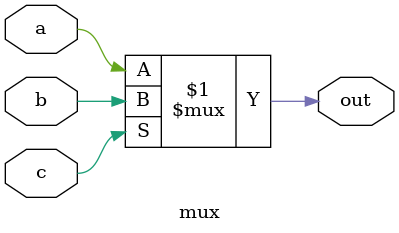
<source format=sv>
`timescale 1ns / 1ps


module mux(
input wire a,
input wire b,
input wire c,
output wire out
);

assign out = c ? b : a;
endmodule

</source>
